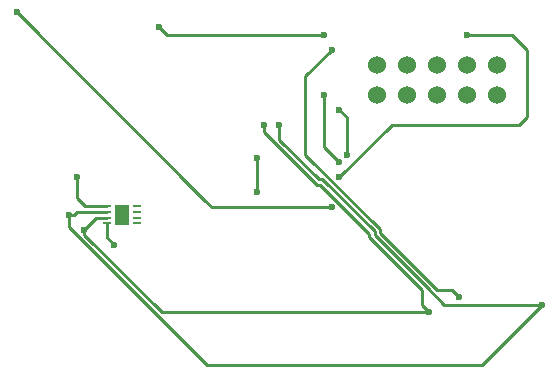
<source format=gbr>
G04 #@! TF.GenerationSoftware,KiCad,Pcbnew,(5.0.2)-1*
G04 #@! TF.CreationDate,2019-06-27T19:33:00-04:00*
G04 #@! TF.ProjectId,IGEM_Device,4947454d-5f44-4657-9669-63652e6b6963,rev?*
G04 #@! TF.SameCoordinates,Original*
G04 #@! TF.FileFunction,Copper,L2,Bot*
G04 #@! TF.FilePolarity,Positive*
%FSLAX46Y46*%
G04 Gerber Fmt 4.6, Leading zero omitted, Abs format (unit mm)*
G04 Created by KiCad (PCBNEW (5.0.2)-1) date 2019-06-27 7:33:00 PM*
%MOMM*%
%LPD*%
G01*
G04 APERTURE LIST*
G04 #@! TA.AperFunction,ComponentPad*
%ADD10C,1.524000*%
G04 #@! TD*
G04 #@! TA.AperFunction,SMDPad,CuDef*
%ADD11R,0.710000X0.280000*%
G04 #@! TD*
G04 #@! TA.AperFunction,SMDPad,CuDef*
%ADD12R,1.300000X1.800000*%
G04 #@! TD*
G04 #@! TA.AperFunction,ViaPad*
%ADD13C,0.600000*%
G04 #@! TD*
G04 #@! TA.AperFunction,Conductor*
%ADD14C,0.250000*%
G04 #@! TD*
G04 APERTURE END LIST*
D10*
G04 #@! TO.P,J1,1*
G04 #@! TO.N,+3V3*
X142875000Y-59055000D03*
G04 #@! TO.P,J1,2*
G04 #@! TO.N,GND*
X140335000Y-59055000D03*
G04 #@! TO.P,J1,3*
X137795000Y-59055000D03*
G04 #@! TO.P,J1,4*
G04 #@! TO.N,Net-(J1-Pad4)*
X135255000Y-59055000D03*
G04 #@! TO.P,J1,5*
G04 #@! TO.N,GND*
X132715000Y-59055000D03*
G04 #@! TO.P,J1,6*
G04 #@! TO.N,/RESET*
X142875000Y-61595000D03*
G04 #@! TO.P,J1,7*
G04 #@! TO.N,/JTAG_TCXC*
X140335000Y-61595000D03*
G04 #@! TO.P,J1,8*
G04 #@! TO.N,/JTAG_TMSC*
X137795000Y-61595000D03*
G04 #@! TO.P,J1,9*
G04 #@! TO.N,/JTAG_TDO*
X135255000Y-61595000D03*
G04 #@! TO.P,J1,10*
G04 #@! TO.N,/JTAG_TDI*
X132715000Y-61595000D03*
G04 #@! TD*
D11*
G04 #@! TO.P,U6,1*
G04 #@! TO.N,+2V85*
X109875000Y-72505000D03*
G04 #@! TO.P,U6,2*
G04 #@! TO.N,/EXT_TEMP_SCL*
X109875000Y-72005000D03*
G04 #@! TO.P,U6,3*
G04 #@! TO.N,/EXT_TEMP_SDA*
X109875000Y-71505000D03*
G04 #@! TO.P,U6,4*
G04 #@! TO.N,GND*
X109875000Y-71005000D03*
G04 #@! TO.P,U6,5*
G04 #@! TO.N,N/C*
X112375000Y-71005000D03*
G04 #@! TO.P,U6,6*
X112375000Y-71505000D03*
G04 #@! TO.P,U6,7*
X112375000Y-72005000D03*
G04 #@! TO.P,U6,8*
X112375000Y-72505000D03*
D12*
G04 #@! TO.P,U6,9*
G04 #@! TO.N,Net-(U6-Pad9)*
X111125000Y-71755000D03*
G04 #@! TD*
D13*
G04 #@! TO.N,+2V85*
X122555000Y-69850000D03*
G04 #@! TO.N,GND*
X107315000Y-68580000D03*
G04 #@! TO.N,/EXT_TEMP_SCL*
X107950000Y-73025000D03*
X123190000Y-64135000D03*
X137160000Y-80010000D03*
G04 #@! TO.N,/EXT_TEMP_SDA*
X124460000Y-64135000D03*
X146685000Y-79375000D03*
X106680000Y-71755000D03*
G04 #@! TO.N,+2V85*
X110490000Y-74295000D03*
X122555000Y-66945000D03*
G04 #@! TO.N,/TEMP_OUT*
X139700000Y-78740000D03*
X128905000Y-57785000D03*
G04 #@! TO.N,+1V8*
X114300000Y-55880000D03*
X128270000Y-56515000D03*
G04 #@! TO.N,/POWER_GOOD*
X102235000Y-54610000D03*
X128905000Y-71120000D03*
G04 #@! TO.N,/JTAG_TDO*
X129540000Y-62865000D03*
X130175000Y-66675000D03*
G04 #@! TO.N,/JTAG_TDI*
X129540000Y-67310000D03*
X128270000Y-61595000D03*
G04 #@! TO.N,/IP_CONTROL*
X129540000Y-68580000D03*
X140335000Y-56515000D03*
G04 #@! TD*
D14*
G04 #@! TO.N,GND*
X107315000Y-70350000D02*
X107335000Y-70370000D01*
X107315000Y-68580000D02*
X107315000Y-70350000D01*
X107970000Y-71005000D02*
X109875000Y-71005000D01*
X107315000Y-70350000D02*
X107970000Y-71005000D01*
G04 #@! TO.N,/EXT_TEMP_SCL*
X108970000Y-72005000D02*
X109875000Y-72005000D01*
X107950000Y-73025000D02*
X108970000Y-72005000D01*
X136525000Y-78105000D02*
X132080000Y-73660000D01*
X132080000Y-73369998D02*
X127925002Y-69215000D01*
X132080000Y-73660000D02*
X132080000Y-73369998D01*
X123190000Y-64559264D02*
X123190000Y-64135000D01*
X123190000Y-64771410D02*
X123190000Y-64559264D01*
X127633590Y-69215000D02*
X123190000Y-64771410D01*
X127925002Y-69215000D02*
X127633590Y-69215000D01*
X114510736Y-80010000D02*
X137160000Y-80010000D01*
X107950000Y-73025000D02*
X107950000Y-73449264D01*
X107950000Y-73449264D02*
X114510736Y-80010000D01*
X137160000Y-80010000D02*
X136525000Y-79375000D01*
X136525000Y-79375000D02*
X136525000Y-78105000D01*
G04 #@! TO.N,/EXT_TEMP_SDA*
X109270000Y-71505000D02*
X109875000Y-71505000D01*
X107354264Y-71505000D02*
X109270000Y-71505000D01*
X107104264Y-71755000D02*
X107354264Y-71505000D01*
X106680000Y-71755000D02*
X107104264Y-71755000D01*
X136975010Y-77920010D02*
X138430000Y-79375000D01*
X138430000Y-79375000D02*
X146685000Y-79375000D01*
X124460000Y-65405000D02*
X127819991Y-68764991D01*
X124460000Y-64135000D02*
X124460000Y-65405000D01*
X136975009Y-77918599D02*
X136975010Y-77920010D01*
X127819991Y-68764991D02*
X128111403Y-68764991D01*
X132530009Y-73183597D02*
X132530010Y-73473600D01*
X128111403Y-68764991D02*
X132530009Y-73183597D01*
X132530010Y-73473600D02*
X136975009Y-77918599D01*
X106680000Y-72179264D02*
X106680000Y-71755000D01*
X106680000Y-72815674D02*
X106680000Y-72179264D01*
X118319326Y-84455000D02*
X106680000Y-72815674D01*
X146685000Y-79375000D02*
X141605000Y-84455000D01*
X141605000Y-84455000D02*
X118319326Y-84455000D01*
G04 #@! TO.N,+2V85*
X109875000Y-73680000D02*
X110490000Y-74295000D01*
X109875000Y-72505000D02*
X109875000Y-73680000D01*
X122555000Y-66945000D02*
X122555000Y-69850000D01*
G04 #@! TO.N,/TEMP_OUT*
X126657822Y-60032178D02*
X128905000Y-57785000D01*
X126657822Y-66675000D02*
X126657822Y-60032178D01*
X132980018Y-72997196D02*
X126657822Y-66675000D01*
X132980018Y-73287198D02*
X132980018Y-72997196D01*
X137797820Y-78105000D02*
X132980018Y-73287198D01*
X139065000Y-78105000D02*
X139700000Y-78740000D01*
X137797820Y-78105000D02*
X139065000Y-78105000D01*
G04 #@! TO.N,+1V8*
X128270000Y-56515000D02*
X114935000Y-56515000D01*
X114935000Y-56515000D02*
X114300000Y-55880000D01*
G04 #@! TO.N,/POWER_GOOD*
X118110000Y-70485000D02*
X102235000Y-54610000D01*
X118745000Y-71120000D02*
X118110000Y-70485000D01*
X128905000Y-71120000D02*
X118745000Y-71120000D01*
G04 #@! TO.N,/JTAG_TDO*
X130175000Y-63500000D02*
X129540000Y-62865000D01*
X130175000Y-66675000D02*
X130175000Y-63500000D01*
G04 #@! TO.N,/JTAG_TDI*
X128270000Y-66040000D02*
X128270000Y-61595000D01*
X129540000Y-67310000D02*
X128270000Y-66040000D01*
G04 #@! TO.N,/IP_CONTROL*
X144145000Y-56515000D02*
X145415000Y-57785000D01*
X140970000Y-56515000D02*
X144145000Y-56515000D01*
X145415000Y-57785000D02*
X145415000Y-63500000D01*
X145415000Y-63500000D02*
X144780000Y-64135000D01*
X133985000Y-64135000D02*
X129540000Y-68580000D01*
X144780000Y-64135000D02*
X133985000Y-64135000D01*
X140970000Y-56515000D02*
X140335000Y-56515000D01*
G04 #@! TD*
M02*

</source>
